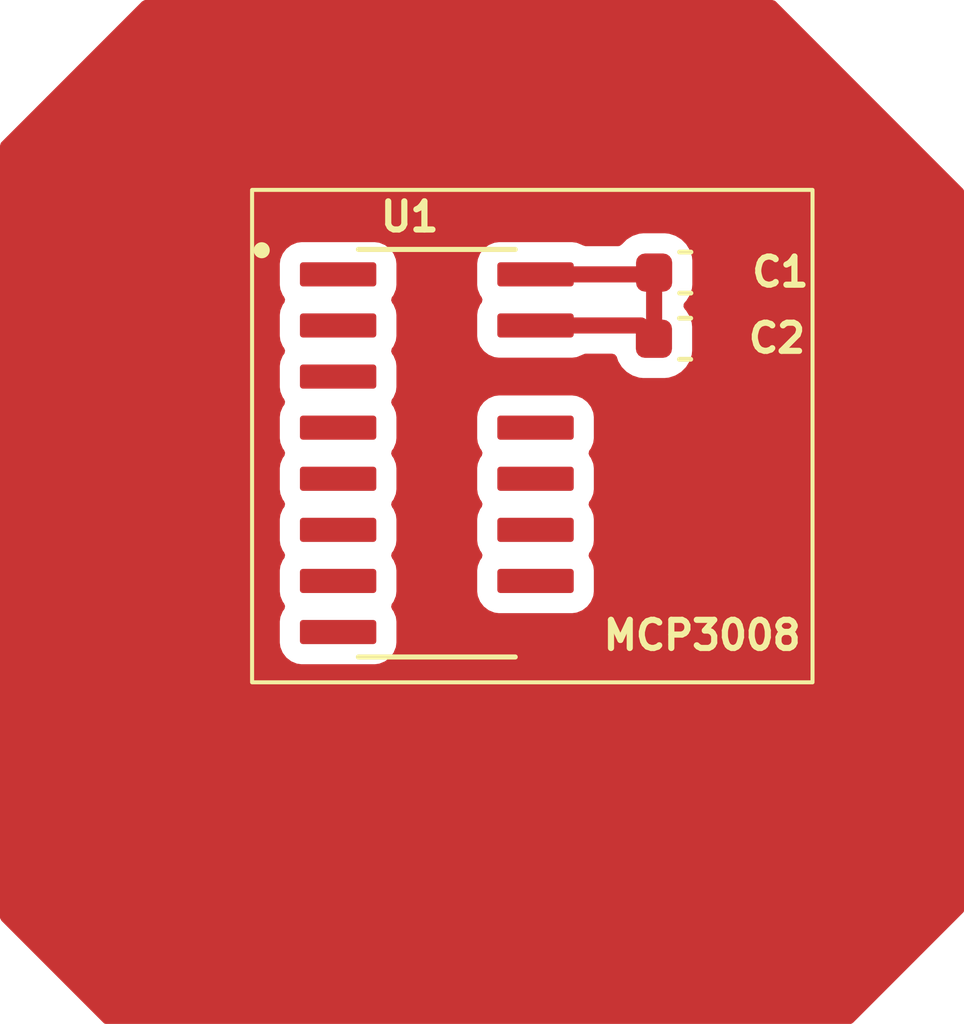
<source format=kicad_pcb>
(kicad_pcb (version 20241229) (generator "pcbnew") (generator_version "9.0")
  (layers (0 "F.Cu" signal) (4 "In1.Cu" signal) (6 "In2.Cu" signal) (2 "B.Cu" signal) (13 "F.Paste" user) (15 "B.Paste" user) (5 "F.SilkS" user "F.Silkscreen") (7 "B.SilkS" user "B.Silkscreen") (1 "F.Mask" user) (3 "B.Mask" user) (25 "Edge.Cuts" user))
  (net 0 "")
  (net 1 "/MCP3008/GND")
  (net 2 "/MCP3008/VDD")
  (net 3 "/MCP3008/CH6")
  (net 4 "/MCP3008/CS")
  (net 5 "/MCP3008/CH1")
  (net 6 "/MCP3008/CH5")
  (net 7 "/MCP3008/CH4")
  (net 8 "/MCP3008/CH0")
  (net 9 "/MCP3008/MISO")
  (net 10 "/MCP3008/CH7")
  (net 11 "/MCP3008/CH3")
  (net 12 "/MCP3008/CH2")
  (net 13 "/MCP3008/CLK")
  (net 14 "/MCP3008/MOSI")
  (footprint "Library:C_0603_1608Metric" (layer "F.Cu") (at 161.915 97.425)
    (property "Reference" "C1" (at 2.365 -0.015 0) (layer "F.SilkS") (effects (font (size 0.7 0.7) (thickness 0.153))))
    (property "Value" "1uF")
    (fp_line (start -0.14058 -0.51) (end 0.14058 -0.51) (stroke (width 0.12)) (layer "F.SilkS"))
    (fp_line (start -0.14058 0.51) (end 0.14058 0.51) (stroke (width 0.12)) (layer "F.SilkS"))
    (pad "1" smd roundrect (at -0.775 0) (size 0.9 0.95) (layers "F.Cu" "F.Mask" "F.Paste") (net 2 "/MCP3008/VDD"))
    (pad "2" smd roundrect (at 0.775 0) (size 0.9 0.95) (layers "F.Cu" "F.Mask" "F.Paste") (net 1 "/MCP3008/GND"))
  )
  (footprint "Library:SOIC127P600X175-16N" (layer "F.Cu") (at 155.735 101.915)
    (property "Reference" "U1" (at -0.675 -5.877 0) (layer "F.SilkS") (effects (font (size 0.7 0.7) (thickness 0.153))))
    (property "Value" "MCP3008")
    (fp_line (start -1.95 -5.065) (end 1.95 -5.065) (stroke (width 0.127)) (layer "F.SilkS"))
    (fp_line (start -1.95 5.065) (end 1.95 5.065) (stroke (width 0.127)) (layer "F.SilkS"))
    (fp_circle (center -4.355 -5.045) (end -4.255 -5.045) (stroke (width 0.2)) (fill no) (layer "F.SilkS"))
    (pad "1" smd roundrect (at -2.455 -4.445) (size 1.9 0.6) (layers "F.Cu" "F.Mask" "F.Paste") (roundrect_rratio 0.125) (net 8 "/MCP3008/CH0"))
    (pad "2" smd roundrect (at -2.455 -3.175) (size 1.9 0.6) (layers "F.Cu" "F.Mask" "F.Paste") (roundrect_rratio 0.125) (net 5 "/MCP3008/CH1"))
    (pad "3" smd roundrect (at -2.455 -1.905) (size 1.9 0.6) (layers "F.Cu" "F.Mask" "F.Paste") (roundrect_rratio 0.125) (net 12 "/MCP3008/CH2"))
    (pad "4" smd roundrect (at -2.455 -0.635) (size 1.9 0.6) (layers "F.Cu" "F.Mask" "F.Paste") (roundrect_rratio 0.125) (net 11 "/MCP3008/CH3"))
    (pad "5" smd roundrect (at -2.455 0.635) (size 1.9 0.6) (layers "F.Cu" "F.Mask" "F.Paste") (roundrect_rratio 0.125) (net 7 "/MCP3008/CH4"))
    (pad "6" smd roundrect (at -2.455 1.905) (size 1.9 0.6) (layers "F.Cu" "F.Mask" "F.Paste") (roundrect_rratio 0.125) (net 6 "/MCP3008/CH5"))
    (pad "7" smd roundrect (at -2.455 3.175) (size 1.9 0.6) (layers "F.Cu" "F.Mask" "F.Paste") (roundrect_rratio 0.125) (net 3 "/MCP3008/CH6"))
    (pad "8" smd roundrect (at -2.455 4.445) (size 1.9 0.6) (layers "F.Cu" "F.Mask" "F.Paste") (roundrect_rratio 0.125) (net 10 "/MCP3008/CH7"))
    (pad "9" smd roundrect (at 2.455 4.445) (size 1.9 0.6) (layers "F.Cu" "F.Mask" "F.Paste") (roundrect_rratio 0.125) (net 1 "/MCP3008/GND"))
    (pad "10" smd roundrect (at 2.455 3.175) (size 1.9 0.6) (layers "F.Cu" "F.Mask" "F.Paste") (roundrect_rratio 0.125) (net 4 "/MCP3008/CS"))
    (pad "11" smd roundrect (at 2.455 1.905) (size 1.9 0.6) (layers "F.Cu" "F.Mask" "F.Paste") (roundrect_rratio 0.125) (net 14 "/MCP3008/MOSI"))
    (pad "12" smd roundrect (at 2.455 0.635) (size 1.9 0.6) (layers "F.Cu" "F.Mask" "F.Paste") (roundrect_rratio 0.125) (net 9 "/MCP3008/MISO"))
    (pad "13" smd roundrect (at 2.455 -0.635) (size 1.9 0.6) (layers "F.Cu" "F.Mask" "F.Paste") (roundrect_rratio 0.125) (net 13 "/MCP3008/CLK"))
    (pad "14" smd roundrect (at 2.455 -1.905) (size 1.9 0.6) (layers "F.Cu" "F.Mask" "F.Paste") (roundrect_rratio 0.125) (net 1 "/MCP3008/GND"))
    (pad "15" smd roundrect (at 2.455 -3.175) (size 1.9 0.6) (layers "F.Cu" "F.Mask" "F.Paste") (roundrect_rratio 0.125) (net 2 "/MCP3008/VDD"))
    (pad "16" smd roundrect (at 2.455 -4.445) (size 1.9 0.6) (layers "F.Cu" "F.Mask" "F.Paste") (roundrect_rratio 0.125) (net 2 "/MCP3008/VDD"))
  )
  (footprint "Library:C_0603_1608Metric" (layer "F.Cu") (at 161.91 99.07)
    (property "Reference" "C2" (at 2.285 -0.015 0) (layer "F.SilkS") (effects (font (size 0.7 0.7) (thickness 0.153))))
    (property "Value" "0.1uF")
    (fp_line (start -0.14058 -0.51) (end 0.14058 -0.51) (stroke (width 0.12)) (layer "F.SilkS"))
    (fp_line (start -0.14058 0.51) (end 0.14058 0.51) (stroke (width 0.12)) (layer "F.SilkS"))
    (pad "1" smd roundrect (at -0.775 0) (size 0.9 0.95) (layers "F.Cu" "F.Mask" "F.Paste") (net 2 "/MCP3008/VDD"))
    (pad "2" smd roundrect (at 0.775 0) (size 0.9 0.95) (layers "F.Cu" "F.Mask" "F.Paste") (net 1 "/MCP3008/GND"))
  )
  (gr_rect (start 151.14 95.37) (end 165.08 107.61) (stroke (width 0.1)) (fill no) (layer "F.SilkS"))
  (gr_text "MCP3008" (at 159.8 106.85 0) (layer "F.SilkS") (effects (font (size 0.7 0.7) (thickness 0.153) (bold yes)) (justify left bottom)))
  (segment (start 158.19 98.74) (end 160.805 98.74) (width 0.4) (layer "F.Cu") (net 2))
  (segment (start 161.14 99.065) (end 161.135 99.07) (width 0.4) (layer "F.Cu") (net 2))
  (segment (start 161.095 97.47) (end 161.14 97.425) (width 0.4) (layer "F.Cu") (net 2))
  (segment (start 158.19 97.47) (end 161.095 97.47) (width 0.4) (layer "F.Cu") (net 2))
  (segment (start 161.14 97.425) (end 161.14 99.065) (width 0.4) (layer "F.Cu") (net 2))
  (segment (start 160.805 98.74) (end 161.135 99.07) (width 0.4) (layer "F.Cu") (net 2))
  (zone (net 1) (net_name "/MCP3008/GND") (layers "F.Cu" "B.Cu" "In1.Cu" "In2.Cu") (name "TBR") (connect_pads yes (clearance 0.5)) (min_thickness 0.25) (fill yes (thermal_gap 0.5) (thermal_bridge_width 0.5))
    (polygon (pts (xy 144.87 94.22) (xy 148.44 90.65) (xy 164.13 90.65) (xy 168.86 95.38) (xy 168.86 113.3) (xy 166.05 116.11) (xy 147.48 116.11) (xy 144.87 113.5)))
  )
)
</source>
